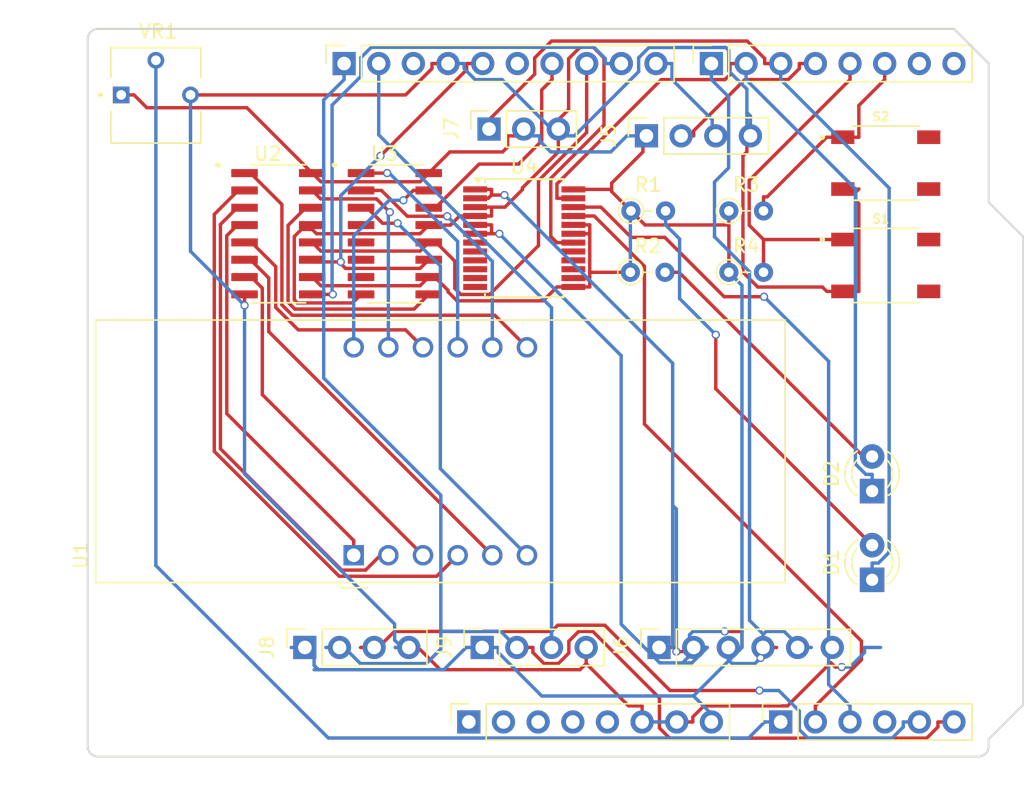
<source format=kicad_pcb>
(kicad_pcb (version 20240108) (generator "pcbnew") (generator_version "8.0")
  (title_block (date "mar. 31 mars 2015"))
  (layers (0 "F.Cu" signal) (31 "B.Cu" signal) (34 "B.Paste" user) (35 "F.Paste" user) (36 "B.SilkS" user "B.Silkscreen") (37 "F.SilkS" user "F.Silkscreen") (38 "B.Mask" user) (39 "F.Mask" user) (44 "Edge.Cuts" user))
  (net 0 "")
  (net 1 "GND")
  (net 3 "+5V")
  (net 4 "/IOREF")
  (net 5 "/A0")
  (net 6 "/A1")
  (net 7 "/A2")
  (net 8 "/A3")
  (net 9 "/SDA{slash}A4")
  (net 10 "/SCL{slash}A5")
  (net 11 "/13")
  (net 12 "/12")
  (net 13 "/AREF")
  (net 14 "/8")
  (net 15 "/7")
  (net 16 "/*11")
  (net 17 "/*10")
  (net 18 "/*9")
  (net 19 "/4")
  (net 20 "/2")
  (net 21 "/*6")
  (net 22 "/*5")
  (net 23 "/TX{slash}1")
  (net 24 "/*3")
  (net 25 "/RX{slash}0")
  (net 26 "+3V3")
  (net 27 "VCC")
  (net 28 "/~{RESET}")
  (net 29 "Net-(D1-A)")
  (net 30 "Net-(D2-A)")
  (net 31 "Net-(J6-Pad2)")
  (net 32 "Net-(J6-Pad1)")
  (net 34 "/CC1")
  (net 35 "Net-(U1-f)")
  (net 36 "Net-(U1-CC3)")
  (net 37 "Net-(U1-b)")
  (net 38 "/a")
  (net 39 "Net-(U1-d)")
  (net 40 "Net-(U1-DPX)")
  (net 41 "Net-(U1-g)")
  (net 42 "Net-(U1-CC4)")
  (net 43 "Net-(U1-c)")
  (net 44 "Net-(U1-e)")
  (net 45 "Net-(U1-CC2)")
  (net 46 "/SQH to A")
  (footprint "Connector_PinSocket_2.54mm:PinSocket_1x08_P2.54mm_Vertical" (layer "F.Cu") (at 127.94 97.46 90)
    (property "Reference" "J1" (hide yes))
    (property "Value" "Power")
  )
  (footprint "Connector_PinSocket_2.54mm:PinSocket_1x06_P2.54mm_Vertical" (layer "F.Cu") (at 150.8 97.46 90)
    (property "Reference" "J3" (hide yes))
    (property "Value" "Analog")
  )
  (footprint "Connector_PinSocket_2.54mm:PinSocket_1x10_P2.54mm_Vertical" (layer "F.Cu") (at 118.796 49.2 90)
    (property "Reference" "J2" (hide yes))
    (property "Value" "Digital/PWM")
  )
  (footprint "Connector_PinSocket_2.54mm:PinSocket_1x08_P2.54mm_Vertical" (layer "F.Cu") (at 145.72 49.2 90)
    (property "Reference" "J4" (hide yes))
    (property "Value" "Digital/PWM")
  )
  (footprint "Resistor_THT:R_Axial_DIN0204_L3.6mm_D1.6mm_P2.54mm_Vertical" (layer "F.Cu") (at 139.82 60)
    (property "Reference" "R1")
    (property "Value" "510")
  )
  (footprint "Connector_PinSocket_2.54mm:PinSocket_1x04_P2.54mm_Vertical" (layer "F.Cu") (at 128.92 92 90)
    (property "Reference" "J9")
    (property "Value" "I2C Connectors")
  )
  (footprint "3362P_1_103LF:TRIM_3362P-1-103LF" (layer "F.Cu") (at 105 51.5)
    (property "Reference" "VR1")
    (property "Value" "3362P-1-103LF")
  )
  (footprint "8-1437565-1:SW_8-1437565-1" (layer "F.Cu") (at 158.5 56.5)
    (property "Reference" "S2")
    (property "Value" "8-1437565-1")
  )
  (footprint "LED_THT:LED_D3.0mm" (layer "F.Cu") (at 157.5 80.54 90)
    (property "Reference" "D2")
    (property "Value" "LED")
  )
  (footprint "Arduino_MountingHole:MountingHole_3.2mm" (layer "F.Cu") (at 115.24 49.2)
    (property "Reference" "MH1" (hide yes))
    (property "Value" "MountingHole_3.2mm" (hide yes))
  )
  (footprint "Display_7Segment:CA56-12SRWA" (layer "F.Cu") (at 119.5 85.24 90)
    (property "Reference" "U1")
    (property "Value" "CC56-12SRWA")
  )
  (footprint "MC74HC595AD:SOIC127P600X175-16N" (layer "F.Cu") (at 122.52 61.675)
    (property "Reference" "U3")
    (property "Value" "MC74HC595AD")
  )
  (footprint "Connector_PinSocket_2.54mm:PinSocket_1x03_P2.54mm_Vertical" (layer "F.Cu") (at 129.42 54 90)
    (property "Reference" "J7")
    (property "Value" "Servo Connectors")
  )
  (footprint "Package_SO:SSOP-24_5.3x8.2mm_P0.65mm" (layer "F.Cu") (at 132 62)
    (property "Reference" "U4")
    (property "Value" "TB6612FNG")
  )
  (footprint "MC74HC595AD:SOIC127P600X175-16N" (layer "F.Cu") (at 113.98 61.675)
    (property "Reference" "U2")
    (property "Value" "MC74HC595AD")
  )
  (footprint "Resistor_THT:R_Axial_DIN0204_L3.6mm_D1.6mm_P2.54mm_Vertical" (layer "F.Cu") (at 147 60)
    (property "Reference" "R3")
    (property "Value" "10k")
  )
  (footprint "Resistor_THT:R_Axial_DIN0204_L3.6mm_D1.6mm_P2.54mm_Vertical" (layer "F.Cu") (at 147 64.5)
    (property "Reference" "R4")
    (property "Value" "10k")
  )
  (footprint "Connector_PinSocket_2.54mm:PinSocket_1x04_P2.54mm_Vertical" (layer "F.Cu") (at 115.92 92 90)
    (property "Reference" "J8")
    (property "Value" "I2C Connectors")
  )
  (footprint "Connector_PinSocket_2.54mm:PinSocket_1x06_P2.54mm_Vertical" (layer "F.Cu") (at 141.88 92 90)
    (property "Reference" "J6")
    (property "Value" "PPTC061LFBN-RC")
  )
  (footprint "8-1437565-1:SW_8-1437565-1" (layer "F.Cu") (at 158.5 64)
    (property "Reference" "S1")
    (property "Value" "8-1437565-1")
  )
  (footprint "Resistor_THT:R_Axial_DIN0204_L3.6mm_D1.6mm_P2.54mm_Vertical" (layer "F.Cu") (at 139.78 64.5)
    (property "Reference" "R2")
    (property "Value" "510")
  )
  (footprint "Connector_PinSocket_2.54mm:PinSocket_1x04_P2.54mm_Vertical" (layer "F.Cu") (at 140.96 54.5 90)
    (property "Reference" "J5")
    (property "Value" "HC-SR04 Connectors")
  )
  (footprint "Arduino_MountingHole:MountingHole_3.2mm" (layer "F.Cu") (at 113.97 97.46)
    (property "Reference" "MH2" (hide yes))
    (property "Value" "MountingHole_3.2mm" (hide yes))
  )
  (footprint "Arduino_MountingHole:MountingHole_3.2mm" (layer "F.Cu") (at 166.04 64.44)
    (property "Reference" "MH3" (hide yes))
    (property "Value" "MountingHole_3.2mm" (hide yes))
  )
  (footprint "Arduino_MountingHole:MountingHole_3.2mm" (layer "F.Cu") (at 166.04 92.38)
    (property "Reference" "MH4" (hide yes))
    (property "Value" "MountingHole_3.2mm" (hide yes))
  )
  (footprint "LED_THT:LED_D3.0mm" (layer "F.Cu") (at 157.5 87.04 90)
    (property "Reference" "D1")
    (property "Value" "LED")
  )
  (gr_line (start 166.04 59.36) (end 168.58 61.9) (stroke (width 0.15)) (layer "Edge.Cuts"))
  (gr_line (start 100 99.238) (end 100 47.422) (stroke (width 0.15)) (layer "Edge.Cuts"))
  (gr_line (start 168.58 61.9) (end 168.58 96.19) (stroke (width 0.15)) (layer "Edge.Cuts"))
  (gr_line (start 165.278 100) (end 100.762 100) (stroke (width 0.15)) (layer "Edge.Cuts"))
  (gr_line (start 100.762 46.66) (end 163.5 46.66) (stroke (width 0.15)) (layer "Edge.Cuts"))
  (gr_arc (start 100.762 100) (mid 100.223185 99.776815) (end 100 99.238) (stroke (width 0.15)) (layer "Edge.Cuts"))
  (gr_line (start 168.58 96.19) (end 166.04 98.73) (stroke (width 0.15)) (layer "Edge.Cuts"))
  (gr_line (start 163.5 46.66) (end 166.04 49.2) (stroke (width 0.15)) (layer "Edge.Cuts"))
  (gr_arc (start 166.04 99.238) (mid 165.816815 99.776815) (end 165.278 100) (stroke (width 0.15)) (layer "Edge.Cuts"))
  (gr_line (start 166.04 49.2) (end 166.04 59.36) (stroke (width 0.15)) (layer "Edge.Cuts"))
  (gr_line (start 166.04 98.73) (end 166.04 99.238) (stroke (width 0.15)) (layer "Edge.Cuts"))
  (gr_arc (start 100 47.422) (mid 100.223185 46.883185) (end 100.762 46.66) (stroke (width 0.15)) (layer "Edge.Cuts"))
  (segment (start 129.602 59.725) (end 129.602 60.375) (width 0.25) (layer "F.Cu") (net 1))
  (segment (start 134.5 55.6767) (end 131.867 58.3098) (width 0.25) (layer "F.Cu") (net 1))
  (segment (start 131.867 58.3098) (end 131.867 58.4391) (width 0.25) (layer "F.Cu") (net 1))
  (segment (start 124.217 92) (end 125.845 93.6284) (width 0.25) (layer "F.Cu") (net 1))
  (segment (start 120.04 66.12) (end 119.415 66.7453) (width 0.25) (layer "F.Cu") (net 1))
  (segment (start 148.58 54.5) (end 148.32 54.5) (width 0.25) (layer "F.Cu") (net 1))
  (segment (start 119.415 66.7453) (end 115.376 66.7453) (width 0.25) (layer "F.Cu") (net 1))
  (segment (start 116.778 61.675) (end 124.365 61.675) (width 0.25) (layer "F.Cu") (net 1))
  (segment (start 140.64 97.46) (end 140.64 96.2833) (width 0.25) (layer "F.Cu") (net 1))
  (segment (start 122.54 92) (end 123.54 92) (width 0.25) (layer "F.Cu") (net 1))
  (segment (start 153.854 65.5808) (end 154.173 65.9) (width 0.25) (layer "F.Cu") (net 1))
  (segment (start 135.6 62.325) (end 134.398 62.325) (width 0.25) (layer "F.Cu") (net 1))
  (segment (start 115.376 66.7453) (end 115.144 66.5126) (width 0.25) (layer "F.Cu") (net 1))
  (segment (start 154.797 93.4368) (end 154.47 93.11) (width 0.25) (layer "F.Cu") (net 1))
  (segment (start 134.5 53.3233) (end 134.5 54) (width 0.25) (layer "F.Cu") (net 1))
  (segment (start 133.947 61.8733) (end 133.947 57.6087) (width 0.25) (layer "F.Cu") (net 1))
  (segment (start 125.239 49.2) (end 125.239 49.5677) (width 0.25) (layer "F.Cu") (net 1))
  (segment (start 126.416 49.2) (end 125.239 49.2) (width 0.25) (layer "F.Cu") (net 1))
  (segment (start 125.239 49.5677) (end 123.307 51.5) (width 0.25) (layer "F.Cu") (net 1))
  (segment (start 136.088 93.6284) (end 136.54 93.1767) (width 0.25) (layer "F.Cu") (net 1))
  (segment (start 151.297 96.2833) (end 145.166 96.2833) (width 0.25) (layer "F.Cu") (net 1))
  (segment (start 155.272 93.4368) (end 154.797 93.4368) (width 0.25) (layer "F.Cu") (net 1))
  (segment (start 136.095 48.0022) (end 135.254 48.843) (width 0.25) (layer "F.Cu") (net 1))
  (segment (start 116.46 61.3575) (end 116.778 61.675) (width 0.25) (layer "F.Cu") (net 1))
  (segment (start 137.846 53.7093) (end 137.846 48.7888) (width 0.25) (layer "F.Cu") (net 1))
  (segment (start 129.602 59.725) (end 128.4 59.725) (width 0.25) (layer "F.Cu") (net 1))
  (segment (start 145.166 96.2833) (end 144.357 97.0922) (width 0.25) (layer "F.Cu") (net 1))
  (segment (start 156.3 59.251) (end 156.527 59.4777) (width 0.25) (layer "F.Cu") (net 1))
  (segment (start 154.173 65.9) (end 155.35 65.9) (width 0.25) (layer "F.Cu") (net 1))
  (segment (start 125.845 93.6284) (end 136.088 93.6284) (width 0.25) (layer "F.Cu") (net 1))
  (segment (start 127.198 60.4364) (end 126.595 61.04) (width 0.25) (layer "F.Cu") (net 1))
  (segment (start 130.581 59.725) (end 129.602 59.725) (width 0.25) (layer "F.Cu") (net 1))
  (segment (start 156.527 58.4001) (end 156.3 58.6268) (width 0.25) (layer "F.Cu") (net 1))
  (segment (start 126.595 61.04) (end 125 61.04) (width 0.25) (layer "F.Cu") (net 1))
  (segment (start 156.527 65.9) (end 155.35 65.9) (width 0.25) (layer "F.Cu") (net 1))
  (segment (start 115.668 61.3575) (end 116.46 61.3575) (width 0.25) (layer "F.Cu") (net 1))
  (segment (start 134.5 54) (end 134.5 55.6767) (width 0.25) (layer "F.Cu") (net 1))
  (segment (start 129.602 60.375) (end 128.4 60.375) (width 0.25) (layer "F.Cu") (net 1))
  (segment (start 128.4 60.375) (end 127.198 60.375) (width 0.25) (layer "F.Cu") (net 1))
  (segment (start 135.254 48.843) (end 135.254 52.5689) (width 0.25) (layer "F.Cu") (net 1))
  (segment (start 140.64 96.2833) (end 139.647 96.2833) (width 0.25) (layer "F.Cu") (net 1))
  (segment (start 131.867 58.4391) (end 130.581 59.725) (width 0.25) (layer "F.Cu") (net 1))
  (segment (start 149.118 65.5808) (end 153.854 65.5808) (width 0.25) (layer "F.Cu") (net 1))
  (segment (start 155.35 58.4) (end 156.527 58.4) (width 0.25) (layer "F.Cu") (net 1))
  (segment (start 115.144 66.5126) (end 115.144 61.8817) (width 0.25) (layer "F.Cu") (net 1))
  (segment (start 123.54 92) (end 124.217 92) (width 0.25) (layer "F.Cu") (net 1))
  (segment (start 134.398 62.325) (end 133.947 61.8733) (width 0.25) (layer "F.Cu") (net 1))
  (segment (start 124.365 61.675) (end 125 61.04) (width 0.25) (layer "F.Cu") (net 1))
  (segment (start 115.144 61.8817) (end 115.668 61.3575) (width 0.25) (layer "F.Cu") (net 1))
  (segment (start 133.947 57.6087) (end 137.846 53.7093) (width 0.25) (layer "F.Cu") (net 1))
  (segment (start 137.846 48.7888) (end 137.059 48.0022) (width 0.25) (layer "F.Cu") (net 1))
  (segment (start 139.647 96.2833) (end 136.54 93.1767) (width 0.25) (layer "F.Cu") (net 1))
  (segment (start 156.3 58.6268) (end 156.3 59.251) (width 0.25) (layer "F.Cu") (net 1))
  (segment (start 135.254 52.5689) (end 134.5 53.3233) (width 0.25) (layer "F.Cu") (net 1))
  (segment (start 111.5 66.9245) (end 111.5 66.12) (width 0.25) (layer "F.Cu") (net 1))
  (segment (start 156.527 59.4777) (end 156.527 65.9) (width 0.25) (layer "F.Cu") (net 1))
  (segment (start 148.32 54.5) (end 148.32 55.6767) (width 0.25) (layer "F.Cu") (net 1))
  (segment (start 144.357 97.0922) (end 144.357 97.46) (width 0.25) (layer "F.Cu") (net 1))
  (segment (start 123.307 51.5) (end 107.54 51.5) (width 0.25) (layer "F.Cu") (net 1))
  (segment (start 137.059 48.0022) (end 136.095 48.0022) (width 0.25) (layer "F.Cu") (net 1))
  (segment (start 148.032 55.9647) (end 148.032 64.4945) (width 0.25) (layer "F.Cu") (net 1))
  (segment (start 116.46 61.3575) (end 116.46 61.04) (width 0.25) (layer "F.Cu") (net 1))
  (segment (start 148.032 64.4945) (end 149.118 65.5808) (width 0.25) (layer "F.Cu") (net 1))
  (segment (start 127.198 60.375) (end 127.198 60.4364) (width 0.25) (layer "F.Cu") (net 1))
  (segment (start 136.54 92) (end 136.54 93.1767) (width 0.25) (layer "F.Cu") (net 1))
  (segment (start 156.527 58.4) (end 156.527 58.4001) (width 0.25) (layer "F.Cu") (net 1))
  (segment (start 144.357 97.46) (end 143.18 97.46) (width 0.25) (layer "F.Cu") (net 1))
  (segment (start 154.47 93.11) (end 151.297 96.2833) (width 0.25) (layer "F.Cu") (net 1))
  (segment (start 148.32 55.6767) (end 148.032 55.9647) (width 0.25) (layer "F.Cu") (net 1))
  (via (at 111.5 66.9245) (size 0.6) (drill 0.4) (layers "F.Cu" "B.Cu") (net 1))
  (via (at 155.272 93.4368) (size 0.6) (drill 0.4) (layers "F.Cu" "B.Cu") (net 1))
  (segment (start 143.18 97.46) (end 140.64 97.46) (width 0.25) (layer "B.Cu") (net 1))
  (segment (start 134.5 54.5) (end 135.677 54.5) (width 0.25) (layer "B.Cu") (net 1))
  (segment (start 128.402 50.3767) (end 130.377 50.3767) (width 0.25) (layer "B.Cu") (net 1))
  (segment (start 123.54 92) (end 123.04 92) (width 0.25) (layer "B.Cu") (net 1))
  (segment (start 130.377 50.3767) (end 134.25 54.25) (width 0.25) (layer "B.Cu") (net 1))
  (segment (start 122.5 91.46) (end 122.5 90.2833) (width 0.25) (layer "B.Cu") (net 1))
  (segment (start 141.14 48.0231) (end 146.773 48.0231) (width 0.25) (layer "B.Cu") (net 1))
  (segment (start 156.943 92.3677) (end 155.874 93.4368) (width 0.25) (layer "B.Cu") (net 1))
  (segment (start 156.943 92) (end 156.943 92.3677) (width 0.25) (layer "B.Cu") (net 1))
  (segment (start 134.25 54.25) (end 134.5 54.5) (width 0.25) (layer "B.Cu") (net 1))
  (segment (start 123.04 92) (end 122.5 91.46) (width 0.25) (layer "B.Cu") (net 1))
  (segment (start 140.386 48.7774) (end 141.14 48.0231) (width 0.25) (layer "B.Cu") (net 1))
  (segment (start 134.5 54) (end 134.25 54.25) (width 0.25) (layer "B.Cu") (net 1))
  (segment (start 107.54 62.9645) (end 111.5 66.9245) (width 0.25) (layer "B.Cu") (net 1))
  (segment (start 148.32 51.0756) (end 148.32 52.7878) (width 0.25) (layer "B.Cu") (net 1))
  (segment (start 126.416 49.2) (end 127.593 49.2) (width 0.25) (layer "B.Cu") (net 1))
  (segment (start 111.5 79.2833) (end 111.5 66.9245) (width 0.25) (layer "B.Cu") (net 1))
  (segment (start 140.386 49.7907) (end 140.386 48.7774) (width 0.25) (layer "B.Cu") (net 1))
  (segment (start 148.58 53.0478) (end 148.58 54.5) (width 0.25) (layer "B.Cu") (net 1))
  (segment (start 127.593 49.5678) (end 128.402 50.3767) (width 0.25) (layer "B.Cu") (net 1))
  (segment (start 127.593 49.2) (end 127.593 49.5678) (width 0.25) (layer "B.Cu") (net 1))
  (segment (start 148.32 52.7878) (end 148.32 54.5) (width 0.25) (layer "B.Cu") (net 1))
  (segment (start 107.54 51.5) (end 107.54 62.9645) (width 0.25) (layer "B.Cu") (net 1))
  (segment (start 158.12 92) (end 156.943 92) (width 0.25) (layer "B.Cu") (net 1))
  (segment (start 135.677 54.5) (end 140.386 49.7907) (width 0.25) (layer "B.Cu") (net 1))
  (segment (start 146.99 48.2399) (end 146.99 49.7456) (width 0.25) (layer "B.Cu") (net 1))
  (segment (start 148.32 52.7878) (end 148.58 53.0478) (width 0.25) (layer "B.Cu") (net 1))
  (segment (start 146.99 49.7456) (end 148.32 51.0756) (width 0.25) (layer "B.Cu") (net 1))
  (segment (start 146.773 48.0231) (end 146.99 48.2399) (width 0.25) (layer "B.Cu") (net 1))
  (segment (start 122.54 92) (end 123.04 92) (width 0.25) (layer "B.Cu") (net 1))
  (segment (start 122.5 90.2833) (end 111.5 79.2833) (width 0.25) (layer "B.Cu") (net 1))
  (segment (start 155.874 93.4368) (end 155.272 93.4368) (width 0.25) (layer "B.Cu") (net 1))
  (segment (start 105 86) (end 105 48.96) (width 0.25) (layer "B.Cu") (net 5))
  (segment (start 150.8 97.46) (end 149.623 97.46) (width 0.25) (layer "B.Cu") (net 5))
  (segment (start 148.447 98.6367) (end 117.637 98.6367) (width 0.25) (layer "B.Cu") (net 5))
  (segment (start 117.637 98.6367) (end 105 86) (width 0.25) (layer "B.Cu") (net 5))
  (segment (start 149.623 97.46) (end 148.447 98.6367) (width 0.25) (layer "B.Cu") (net 5))
  (segment (start 156.714 92.9094) (end 156.714 91.5317) (width 0.25) (layer "F.Cu") (net 6))
  (segment (start 137.128 60.375) (end 135.6 60.375) (width 0.25) (layer "F.Cu") (net 6))
  (segment (start 140.81 75.6276) (end 140.81 64.0565) (width 0.25) (layer "F.Cu") (net 6))
  (segment (start 156.714 91.5317) (end 140.81 75.6276) (width 0.25) (layer "F.Cu") (net 6))
  (segment (start 140.81 64.0565) (end 137.128 60.375) (width 0.25) (layer "F.Cu") (net 6))
  (segment (start 153.34 96.2833) (end 156.714 92.9094) (width 0.25) (layer "F.Cu") (net 6))
  (segment (start 153.34 97.46) (end 153.34 96.2833) (width 0.25) (layer "F.Cu") (net 6))
  (segment (start 146.651 66.2902) (end 142.302 61.9404) (width 0.25) (layer "F.Cu") (net 7))
  (segment (start 137.623 59.725) (end 135.6 59.725) (width 0.25) (layer "F.Cu") (net 7))
  (segment (start 149.577 66.2902) (end 146.651 66.2902) (width 0.25) (layer "F.Cu") (net 7))
  (segment (start 142.302 61.9404) (end 139.839 61.9404) (width 0.25) (layer "F.Cu") (net 7))
  (segment (start 139.839 61.9404) (end 137.623 59.725) (width 0.25) (layer "F.Cu") (net 7))
  (via (at 149.577 66.2902) (size 0.6) (drill 0.4) (layers "F.Cu" "B.Cu") (net 7))
  (segment (start 155.88 96.2833) (end 154.31 94.7133) (width 0.25) (layer "B.Cu") (net 7))
  (segment (start 154.31 71.0236) (end 149.577 66.2902) (width 0.25) (layer "B.Cu") (net 7))
  (segment (start 155.88 97.46) (end 155.88 96.2833) (width 0.25) (layer "B.Cu") (net 7))
  (segment (start 154.31 94.7133) (end 154.31 71.0236) (width 0.25) (layer "B.Cu") (net 7))
  (segment (start 137.902 90.3691) (end 134.454 90.3691) (width 0.25) (layer "F.Cu") (net 9))
  (segment (start 149.243 95.1546) (end 142.688 95.1546) (width 0.25) (layer "F.Cu") (net 9))
  (segment (start 122.486 90.8233) (end 134 90.8233) (width 0.25) (layer "F.Cu") (net 9))
  (segment (start 121.677 91.6323) (end 122.486 90.8233) (width 0.25) (layer "F.Cu") (net 9))
  (segment (start 142.688 95.1546) (end 137.902 90.3691) (width 0.25) (layer "F.Cu") (net 9))
  (segment (start 134.454 90.3691) (end 134 90.8235) (width 0.25) (layer "F.Cu") (net 9))
  (segment (start 120 92) (end 121 92) (width 0.25) (layer "F.Cu") (net 9))
  (segment (start 134 90.8233) (end 134 90.8235) (width 0.25) (layer "F.Cu") (net 9))
  (segment (start 121.677 92) (end 121.677 91.6323) (width 0.25) (layer "F.Cu") (net 9))
  (segment (start 121 92) (end 121.677 92) (width 0.25) (layer "F.Cu") (net 9))
  (segment (start 134 92) (end 134 90.8235) (width 0.25) (layer "F.Cu") (net 9))
  (via (at 149.243 95.1546) (size 0.6) (drill 0.4) (layers "F.Cu" "B.Cu") (net 9))
  (segment (start 160.96 97.46) (end 159.783 97.46) (width 0.25) (layer "B.Cu") (net 9))
  (segment (start 121.336 54.4268) (end 121.336 49.2) (width 0.25) (layer "B.Cu") (net 9))
  (segment (start 159.783 97.46) (end 159.783 97.8278) (width 0.25) (layer "B.Cu") (net 9))
  (segment (start 159.783 97.8278) (end 158.974 98.6367) (width 0.25) (layer "B.Cu") (net 9))
  (segment (start 134 92) (end 134 67.0908) (width 0.25) (layer "B.Cu") (net 9))
  (segment (start 152.78 98.6367) (end 152.163 98.0193) (width 0.25) (layer "B.Cu") (net 9))
  (segment (start 134 67.0908) (end 121.336 54.4268) (width 0.25) (layer "B.Cu") (net 9))
  (segment (start 158.974 98.6367) (end 152.78 98.6367) (width 0.25) (layer "B.Cu") (net 9))
  (segment (start 152.163 98.0193) (end 152.163 96.6609) (width 0.25) (layer "B.Cu") (net 9))
  (segment (start 150.657 95.1546) (end 149.243 95.1546) (width 0.25) (layer "B.Cu") (net 9))
  (segment (start 152.163 96.6609) (end 150.657 95.1546) (width 0.25) (layer "B.Cu") (net 9))
  (segment (start 133.446 93.1767) (end 132.637 92.3678) (width 0.25) (layer "F.Cu") (net 10))
  (segment (start 132.637 92) (end 131.46 92) (width 0.25) (layer "F.Cu") (net 10))
  (segment (start 137.027 90.8228) (end 135.989 90.8228) (width 0.25) (layer "F.Cu") (net 10))
  (segment (start 134.502 93.1767) (end 133.446 93.1767) (width 0.25) (layer "F.Cu") (net 10))
  (segment (start 132.637 92.3678) (end 132.637 92) (width 0.25) (layer "F.Cu") (net 10))
  (segment (start 135.27 92.4089) (end 134.502 93.1767) (width 0.25) (layer "F.Cu") (net 10))
  (segment (start 142.654 98.6464) (end 141.91 97.9028) (width 0.25) (layer "F.Cu") (net 10))
  (segment (start 161.503 98.6464) (end 142.654 98.6464) (width 0.25) (layer "F.Cu") (net 10))
  (segment (start 141.91 97.9028) (end 141.91 95.7057) (width 0.25) (layer "F.Cu") (net 10))
  (segment (start 163.5 97.46) (end 162.323 97.46) (width 0.25) (layer "F.Cu") (net 10))
  (segment (start 162.323 97.8258) (end 161.503 98.6464) (width 0.25) (layer "F.Cu") (net 10))
  (segment (start 135.27 91.5419) (end 135.27 92.4089) (width 0.25) (layer "F.Cu") (net 10))
  (segment (start 141.91 95.7057) (end 137.027 90.8228) (width 0.25) (layer "F.Cu") (net 10))
  (segment (start 135.989 90.8228) (end 135.27 91.5419) (width 0.25) (layer "F.Cu") (net 10))
  (segment (start 162.323 97.46) (end 162.323 97.8258) (width 0.25) (layer "F.Cu") (net 10))
  (segment (start 125.886 92.114) (end 124.823 93.1767) (width 0.25) (layer "B.Cu") (net 10))
  (segment (start 125.886 90.8201) (end 125.886 92.114) (width 0.25) (layer "B.Cu") (net 10))
  (segment (start 118.46 92) (end 117.46 92) (width 0.25) (layer "B.Cu") (net 10))
  (segment (start 130.28 90.8201) (end 125.886 90.8201) (width 0.25) (layer "B.Cu") (net 10))
  (segment (start 118.796 50.3767) (end 118.796 49.2) (width 0.25) (layer "B.Cu") (net 10))
  (segment (start 125.886 80.8383) (end 117.302 72.2542) (width 0.25) (layer "B.Cu") (net 10))
  (segment (start 119.989 93.1767) (end 119.137 92.3247) (width 0.25) (layer "B.Cu") (net 10))
  (segment (start 117.302 51.8712) (end 118.796 50.3767) (width 0.25) (layer "B.Cu") (net 10))
  (segment (start 131.46 92) (end 130.28 90.8201) (width 0.25) (layer "B.Cu") (net 10))
  (segment (start 124.823 93.1767) (end 119.989 93.1767) (width 0.25) (layer "B.Cu") (net 10))
  (segment (start 125.886 90.8201) (end 125.886 80.8383) (width 0.25) (layer "B.Cu") (net 10))
  (segment (start 119.137 92.3247) (end 119.137 92) (width 0.25) (layer "B.Cu") (net 10))
  (segment (start 119.137 92) (end 118.46 92) (width 0.25) (layer "B.Cu") (net 10))
  (segment (start 117.302 72.2542) (end 117.302 51.8712) (width 0.25) (layer "B.Cu") (net 10))
  (segment (start 116.618 63.7379) (end 118.554 63.7379) (width 0.25) (layer "F.Cu") (net 11))
  (segment (start 118.554 63.7379) (end 118.554 63.8685) (width 0.25) (layer "F.Cu") (net 11))
  (segment (start 116.46 63.58) (end 116.618 63.7379) (width 0.25) (layer "F.Cu") (net 11))
  (segment (start 127.779 49.2) (end 127.779 49.6514) (width 0.25) (layer "F.Cu") (net 11))
  (segment (start 118.9 64.215) (end 124.365 64.215) (width 0.25) (layer "F.Cu") (net 11))
  (segment (start 127.779 49.6514) (end 121.463 55.9674) (width 0.25) (layer "F.Cu") (net 11))
  (segment (start 128.956 49.2) (end 127.779 49.2) (width 0.25) (layer "F.Cu") (net 11))
  (segment (start 118.554 63.8685) (end 118.9 64.215) (width 0.25) (layer "F.Cu") (net 11))
  (segment (start 124.365 64.215) (end 125 63.58) (width 0.25) (layer "F.Cu") (net 11))
  (via (at 121.463 55.9674) (size 0.6) (drill 0.4) (layers "F.Cu" "B.Cu") (net 11))
  (via (at 118.554 63.7379) (size 0.6) (drill 0.4) (layers "F.Cu" "B.Cu") (net 11))
  (segment (start 118.554 58.8772) (end 121.463 55.9674) (width 0.25) (layer "B.Cu") (net 11))
  (segment (start 118.554 63.7379) (end 118.554 58.8772) (width 0.25) (layer "B.Cu") (net 11))
  (segment (start 145.78 53.3233) (end 145.78 53.9116) (width 0.25) (layer "B.Cu") (net 14))
  (segment (start 142.833 50.376) (end 145.78 53.3233) (width 0.25) (layer "B.Cu") (net 14))
  (segment (start 142.833 49.2) (end 142.833 50.376) (width 0.25) (layer "B.Cu") (net 14))
  (segment (start 145.78 53.9116) (end 145.78 54.5) (width 0.25) (layer "B.Cu") (net 14))
  (segment (start 145.78 53.9116) (end 146.04 54.1716) (width 0.25) (layer "B.Cu") (net 14))
  (segment (start 146.04 54.1716) (end 146.04 54.5) (width 0.25) (layer "B.Cu") (net 14))
  (segment (start 141.656 49.2) (end 142.833 49.2) (width 0.25) (layer "B.Cu") (net 14))
  (segment (start 149.529 91.0292) (end 149.735 90.8233) (width 0.25) (layer "B.Cu") (net 15))
  (segment (start 148.513 64.4589) (end 148.513 90.0133) (width 0.25) (layer "B.Cu") (net 15))
  (segment (start 151.863 92) (end 153.04 92) (width 0.25) (layer "B.Cu") (net 15))
  (segment (start 149.5 91.0002) (end 149.5 92) (width 0.25) (layer "B.Cu") (net 15))
  (segment (start 151.054 90.8233) (end 151.863 91.6322) (width 0.25) (layer "B.Cu") (net 15))
  (segment (start 145.72 49.2) (end 145.72 50.3767) (width 0.25) (layer "B.Cu") (net 15))
  (segment (start 148.513 90.0133) (end 149.5 91.0002) (width 0.25) (layer "B.Cu") (net 15))
  (segment (start 149.735 90.8233) (end 151.054 90.8233) (width 0.25) (layer "B.Cu") (net 15))
  (segment (start 145.72 50.3767) (end 146.981 51.6378) (width 0.25) (layer "B.Cu") (net 15))
  (segment (start 151.863 91.6322) (end 151.863 92) (width 0.25) (layer "B.Cu") (net 15))
  (segment (start 146.981 56.8489) (end 145.947 57.883) (width 0.25) (layer "B.Cu") (net 15))
  (segment (start 145.947 57.883) (end 145.947 61.8926) (width 0.25) (layer "B.Cu") (net 15))
  (segment (start 145.947 61.8926) (end 148.513 64.4589) (width 0.25) (layer "B.Cu") (net 15))
  (segment (start 146.981 51.6378) (end 146.981 56.8489) (width 0.25) (layer "B.Cu") (net 15))
  (segment (start 149.5 91.0002) (end 149.529 91.0292) (width 0.25) (layer "B.Cu") (net 15))
  (segment (start 125.492 59.77) (end 125 59.77) (width 0.25) (layer "F.Cu") (net 16))
  (segment (start 133.282 51.1311) (end 133.282 54.8695) (width 0.25) (layer "F.Cu") (net 16))
  (segment (start 134.036 49.2) (end 134.036 50.3767) (width 0.25) (layer "F.Cu") (net 16))
  (segment (start 131.583 56.5683) (end 128.693 56.5683) (width 0.25) (layer "F.Cu") (net 16))
  (segment (start 128.693 56.5683) (end 125.492 59.77) (width 0.25) (layer "F.Cu") (net 16))
  (segment (start 134.036 50.3767) (end 133.282 51.1311) (width 0.25) (layer "F.Cu") (net 16))
  (segment (start 133.282 54.8695) (end 131.583 56.5683) (width 0.25) (layer "F.Cu") (net 16))
  (segment (start 129.46 66.1267) (end 133.046 62.541) (width 0.25) (layer "F.Cu") (net 17))
  (segment (start 124.365 62.9449) (end 125 62.31) (width 0.25) (layer "F.Cu") (net 17))
  (segment (start 133.046 57.7811) (end 136.576 54.2513) (width 0.25) (layer "F.Cu") (net 17))
  (segment (start 127.358 66.1267) (end 129.46 66.1267) (width 0.25) (layer "F.Cu") (net 17))
  (segment (start 136.576 54.2513) (end 136.576 49.2) (width 0.25) (layer "F.Cu") (net 17))
  (segment (start 125.544 62.31) (end 126.909 63.6757) (width 0.25) (layer "F.Cu") (net 17))
  (segment (start 125 62.31) (end 125.544 62.31) (width 0.25) (layer "F.Cu") (net 17))
  (segment (start 116.46 62.31) (end 117.095 62.9449) (width 0.25) (layer "F.Cu") (net 17))
  (segment (start 126.909 63.6757) (end 126.909 65.6786) (width 0.25) (layer "F.Cu") (net 17))
  (segment (start 133.046 62.541) (end 133.046 57.7811) (width 0.25) (layer "F.Cu") (net 17))
  (segment (start 126.909 65.6786) (end 127.358 66.1267) (width 0.25) (layer "F.Cu") (net 17))
  (segment (start 117.095 62.9449) (end 124.365 62.9449) (width 0.25) (layer "F.Cu") (net 17))
  (segment (start 116.46 66.12) (end 117.966 66.12) (width 0.25) (layer "F.Cu") (net 18))
  (segment (start 117.966 66.12) (end 117.967 66.1184) (width 0.25) (layer "F.Cu") (net 18))
  (via (at 117.967 66.1184) (size 0.6) (drill 0.4) (layers "F.Cu" "B.Cu") (net 18))
  (segment (start 117.917 52.2454) (end 117.917 66.0681) (width 0.25) (layer "B.Cu") (net 18))
  (segment (start 137.939 49.2) (end 137.939 48.8323) (width 0.25) (layer "B.Cu") (net 18))
  (segment (start 120.79 48.0075) (end 120.027 48.7704) (width 0.25) (layer "B.Cu") (net 18))
  (segment (start 120.027 48.7704) (end 120.027 50.1357) (width 0.25) (layer "B.Cu") (net 18))
  (segment (start 139.116 49.2) (end 137.939 49.2) (width 0.25) (layer "B.Cu") (net 18))
  (segment (start 137.939 48.8323) (end 137.114 48.0075) (width 0.25) (layer "B.Cu") (net 18))
  (segment (start 137.114 48.0075) (end 120.79 48.0075) (width 0.25) (layer "B.Cu") (net 18))
  (segment (start 120.027 50.1357) (end 117.917 52.2454) (width 0.25) (layer "B.Cu") (net 18))
  (segment (start 117.917 66.0681) (end 117.967 66.1184) (width 0.25) (layer "B.Cu") (net 18))
  (segment (start 143.5 54.5) (end 143.24 54.5) (width 0.25) (layer "F.Cu") (net 19))
  (segment (start 148.172 50.3767) (end 144.417 54.1323) (width 0.25) (layer "F.Cu") (net 19))
  (segment (start 151.354 50.3767) (end 148.172 50.3767) (width 0.25) (layer "F.Cu") (net 19))
  (segment (start 152.163 49.2) (end 152.163 49.5678) (width 0.25) (layer "F.Cu") (net 19))
  (segment (start 153.34 49.2) (end 152.163 49.2) (width 0.25) (layer "F.Cu") (net 19))
  (segment (start 144.417 54.1323) (end 144.417 54.5) (width 0.25) (layer "F.Cu") (net 19))
  (segment (start 152.163 49.5678) (end 151.354 50.3767) (width 0.25) (layer "F.Cu") (net 19))
  (segment (start 144.417 54.5) (end 143.5 54.5) (width 0.25) (layer "F.Cu") (net 19))
  (segment (start 156.527 52.27) (end 158.42 50.3767) (width 0.25) (layer "F.Cu") (net 20))
  (segment (start 149.54 58.9733) (end 149.54 60) (width 0.25) (layer "F.Cu") (net 20))
  (segment (start 156.527 54.6) (end 156.527 52.27) (width 0.25) (layer "F.Cu") (net 20))
  (segment (start 155.35 54.6) (end 154.173 54.6) (width 0.25) (layer "F.Cu") (net 20))
  (segment (start 158.42 50.3767) (end 158.42 49.2) (width 0.25) (layer "F.Cu") (net 20))
  (segment (start 154.173 54.6) (end 149.8 58.9733) (width 0.25) (layer "F.Cu") (net 20))
  (segment (start 149.8 58.9733) (end 149.54 58.9733) (width 0.25) (layer "F.Cu") (net 20))
  (segment (start 155.35 54.6) (end 156.527 54.6) (width 0.25) (layer "F.Cu") (net 20))
  (segment (start 134.398 58.0209) (end 142.042 50.3767) (width 0.25) (layer "F.Cu") (net 21))
  (segment (start 147.083 49.2) (end 148.26 49.2) (width 0.25) (layer "F.Cu") (net 21))
  (segment (start 146.716 50.3767) (end 147.083 50.009) (width 0.25) (layer "F.Cu") (net 21))
  (segment (start 142.042 50.3767) (end 146.716 50.3767) (width 0.25) (layer "F.Cu") (net 21))
  (segment (start 147.083 50.009) (end 147.083 49.2) (width 0.25) (layer "F.Cu") (net 21))
  (segment (start 134.398 59.075) (end 134.398 58.0209) (width 0.25) (layer "F.Cu") (net 21))
  (segment (start 135.6 59.075) (end 134.398 59.075) (width 0.25) (layer "F.Cu") (net 21))
  (segment (start 157.5 80.54) (end 157.5 79.3133) (width 0.25) (layer "B.Cu") (net 21))
  (segment (start 157.04 79.3133) (end 156.273 78.5467) (width 0.25) (layer "B.Cu") (net 21))
  (segment (start 157.5 79.3133) (end 157.04 79.3133) (width 0.25) (layer "B.Cu") (net 21))
  (segment (start 156.273 78.5467) (end 156.273 58.39) (width 0.25) (layer "B.Cu") (net 21))
  (segment (start 148.26 50.3767) (end 148.26 49.2) (width 0.25) (layer "B.Cu") (net 21))
  (segment (start 156.273 58.39) (end 148.26 50.3767) (width 0.25) (layer "B.Cu") (net 21))
  (segment (start 150.8 49.2) (end 149.623 49.2) (width 0.25) (layer "F.Cu") (net 22))
  (segment (start 149.623 49.2) (end 149.623 48.8322) (width 0.25) (layer "F.Cu") (net 22))
  (segment (start 132.766 48.7857) (end 132.766 49.9773) (width 0.25) (layer "F.Cu") (net 22))
  (segment (start 129.42 54) (end 129.42 54.5) (width 0.25) (layer "F.Cu") (net 22))
  (segment (start 129.42 53.3233) (end 129.42 54) (width 0.25) (layer "F.Cu") (net 22))
  (segment (start 134.001 47.5505) (end 132.766 48.7857) (width 0.25) (layer "F.Cu") (net 22))
  (segment (start 132.766 49.9773) (end 129.42 53.3233) (width 0.25) (layer "F.Cu") (net 22))
  (segment (start 149.623 48.8322) (end 148.342 47.5505) (width 0.25) (layer "F.Cu") (net 22))
  (segment (start 148.342 47.5505) (end 134.001 47.5505) (width 0.25) (layer "F.Cu") (net 22))
  (segment (start 158.747 58.3238) (end 158.747 85.0262) (width 0.25) (layer "B.Cu") (net 22))
  (segment (start 157.5 85.8133) (end 157.5 87.04) (width 0.25) (layer "B.Cu") (net 22))
  (segment (start 150.8 50.3767) (end 158.747 58.3238) (width 0.25) (layer "B.Cu") (net 22))
  (segment (start 150.8 49.2) (end 150.8 50.3767) (width 0.25) (layer "B.Cu") (net 22))
  (segment (start 158.747 85.0262) (end 157.96 85.8133) (width 0.25) (layer "B.Cu") (net 22))
  (segment (start 157.96 85.8133) (end 157.5 85.8133) (width 0.25) (layer "B.Cu") (net 22))
  (segment (start 148.489 57.768) (end 155.88 50.3767) (width 0.25) (layer "F.Cu") (net 24))
  (segment (start 149.54 62.1) (end 148.489 61.0487) (width 0.25) (layer "F.Cu") (net 24))
  (segment (start 149.54 64.5) (end 149.54 62.1) (width 0.25) (layer "F.Cu") (net 24))
  (segment (start 148.489 61.0487) (end 148.489 57.768) (width 0.25) (layer "F.Cu") (net 24))
  (segment (start 155.88 50.3767) (end 155.88 49.2) (width 0.25) (layer "F.Cu") (net 24))
  (segment (start 155.35 62.1) (end 149.54 62.1) (width 0.25) (layer "F.Cu") (net 24))
  (segment (start 125 64.85) (end 125.444 64.85) (width 0.25) (layer "F.Cu") (net 27))
  (segment (start 135.6 64.925) (end 136.566 64.925) (width 0.25) (layer "F.Cu") (net 27))
  (segment (start 126.553 55.6767) (end 125 57.23) (width 0.25) (layer "F.Cu") (net 27))
  (segment (start 136.802 61.6757) (end 136.802 64.5) (width 0.25) (layer "F.Cu") (net 27))
  (segment (start 150.5 92) (end 149.323 92) (width 0.25) (layer "F.Cu") (net 27))
  (segment (start 136.566 64.925) (end 136.802 65.1612) (width 0.25) (layer "F.Cu") (net 27))
  (segment (start 130.416 55.6767) (end 126.553 55.6767) (width 0.25) (layer "F.Cu") (net 27))
  (segment (start 131.96 54) (end 131.96 54.5) (width 0.25) (layer "F.Cu") (net 27))
  (segment (start 133.38 66.593) (end 134.398 65.575) (width 0.25) (layer "F.Cu") (net 27))
  (segment (start 111.668 52.4377) (end 116.46 57.23) (width 0.25) (layer "F.Cu") (net 27))
  (segment (start 127.074 66.593) (end 133.38 66.593) (width 0.25) (layer "F.Cu") (net 27))
  (segment (start 138.408 58.5875) (end 138.408 58.425) (width 0.25) (layer "F.Cu") (net 27))
  (segment (start 136.802 61.025) (end 135.6 61.025) (width 0.25) (layer "F.Cu") (net 27))
  (segment (start 136.802 65.1612) (end 136.802 65.575) (width 0.25) (layer "F.Cu") (net 27))
  (segment (start 136.566 64.925) (end 136.802 64.925) (width 0.25) (layer "F.Cu") (net 27))
  (segment (start 136.801 61.675) (end 136.802 61.675) (width 0.25) (layer "F.Cu") (net 27))
  (segment (start 149.323 92) (end 149.323 92.7683) (width 0.25) (layer "F.Cu") (net 27))
  (segment (start 136.802 64.5) (end 139.78 64.5) (width 0.25) (layer "F.Cu") (net 27))
  (segment (start 147 61.0317) (end 140.852 61.0317) (width 0.25) (layer "F.Cu") (net 27))
  (segment (start 140.7 55.6767) (end 140.7 55.0883) (width 0.25) (layer "F.Cu") (net 27))
  (segment (start 130.783 55.309) (end 130.416 55.6767) (width 0.25) (layer "F.Cu") (net 27))
  (segment (start 117.095 65.4849) (end 124.365 65.4849) (width 0.25) (layer "F.Cu") (net 27))
  (segment (start 140.7 55.0883) (end 140.7 54.5) (width 0.25) (layer "F.Cu") (net 27))
  (segment (start 147 61.0317) (end 147 60) (width 0.25) (layer "F.Cu") (net 27))
  (segment (start 140.7 55.0883) (end 140.96 54.8283) (width 0.25) (layer "F.Cu") (net 27))
  (segment (start 136.802 61.675) (end 136.802 61.025) (width 0.25) (layer "F.Cu") (net 27))
  (segment (start 126.412 65.9307) (end 127.074 66.593) (width 0.25) (layer "F.Cu") (net 27))
  (segment (start 126.412 65.8176) (end 126.412 65.9307) (width 0.25) (layer "F.Cu") (net 27))
  (segment (start 138.408 58.425) (end 138.408 57.9692) (width 0.25) (layer "F.Cu") (net 27))
  (segment (start 102.46 51.5) (end 103.398 51.5) (width 0.25) (layer "F.Cu") (net 27))
  (segment (start 124.365 65.4849) (end 125 64.85) (width 0.25) (layer "F.Cu") (net 27))
  (segment (start 136.801 61.675) (end 136.802 61.6757) (width 0.25) (layer "F.Cu") (net 27))
  (segment (start 117.095 57.865) (end 116.46 57.23) (width 0.25) (layer "F.Cu") (net 27))
  (segment (start 147 64.5) (end 147 61.0317) (width 0.25) (layer "F.Cu") (net 27))
  (segment (start 116.46 64.85) (end 117.095 65.4849) (width 0.25) (layer "F.Cu") (net 27))
  (segment (start 135.6 61.675) (end 136.801 61.675) (width 0.25) (layer "F.Cu") (net 27))
  (segment (start 125.444 64.85) (end 126.412 65.8176) (width 0.25) (layer "F.Cu") (net 27))
  (segment (start 138.408 58.425) (end 135.6 58.425) (width 0.25) (layer "F.Cu") (net 27))
  (segment (start 139.82 60) (end 138.408 58.5875) (width 0.25) (layer "F.Cu") (net 27))
  (segment (start 134.398 65.575) (end 135.6 65.575) (width 0.25) (layer "F.Cu") (net 27))
  (segment (start 130.783 54.5) (end 130.783 55.309) (width 0.25) (layer "F.Cu") (net 27))
  (segment (start 104.335 52.4377) (end 111.668 52.4377) (width 0.25) (layer "F.Cu") (net 27))
  (segment (start 125 57.23) (end 124.365 57.865) (width 0.25) (layer "F.Cu") (net 27))
  (segment (start 103.398 51.5) (end 104.335 52.4377) (width 0.25) (layer "F.Cu") (net 27))
  (segment (start 140.852 61.0317) (end 139.82 60) (width 0.25) (layer "F.Cu") (net 27))
  (segment (start 140.96 54.8283) (end 140.96 54.5) (width 0.25) (layer "F.Cu") (net 27))
  (segment (start 124.365 57.865) (end 117.095 57.865) (width 0.25) (layer "F.Cu") (net 27))
  (segment (start 136.802 64.925) (end 136.802 64.5) (width 0.25) (layer "F.Cu") (net 27))
  (segment (start 136.802 65.575) (end 135.6 65.575) (width 0.25) (layer "F.Cu") (net 27))
  (segment (start 131.96 54.5) (end 130.783 54.5) (width 0.25) (layer "F.Cu") (net 27))
  (segment (start 138.408 57.9692) (end 140.7 55.6767) (width 0.25) (layer "F.Cu") (net 27))
  (via (at 149.323 92.7683) (size 0.6) (drill 0.4) (layers "F.Cu" "B.Cu") (net 27))
  (segment (start 147.96 92) (end 147.0101 92.9499) (width 0.25) (layer "B.Cu") (net 27))
  (segment (start 147.01 92.95) (end 144.404 95.5558) (width 0.25) (layer "B.Cu") (net 27))
  (segment (start 147 64.5) (end 147.96 65.46) (width 0.25) (layer "B.Cu") (net 27))
  (segment (start 145.72 97.46) (end 145.72 96.8716) (width 0.25) (layer "B.Cu") (net 27))
  (segment (start 116.597 93.6284) (end 116.916 93.6284) (width 0.25) (layer "B.Cu") (net 27))
  (segment (start 148.915 93.1767) (end 147.237 93.1767) (width 0.25) (layer "B.Cu") (net 27))
  (segment (start 133.137 54.5) (end 132.46 54.5) (width 0.25) (layer "B.Cu") (net 27))
  (segment (start 116.916 93.6284) (end 126.115 93.6284) (width 0.25) (layer "B.Cu") (net 27))
  (segment (start 130.097 92) (end 128.92 92) (width 0.25) (layer "B.Cu") (net 27))
  (segment (start 127.743 92) (end 128.92 92) (width 0.25) (layer "B.Cu") (net 27))
  (segment (start 140.96 54.5) (end 139.523 54.5) (width 0.25) (layer "B.Cu") (net 27))
  (segment (start 126.115 93.6284) (end 127.743 92) (width 0.25) (layer "B.Cu") (net 27))
  (segment (start 116.916 93.6284) (end 116.597 93.3094) (width 0.25) (layer "B.Cu") (net 27))
  (segment (start 139.523 54.5) (end 138.347 55.6767) (width 0.25) (layer "B.Cu") (net 27))
  (segment (start 149.323 92.7683) (end 148.915 93.1767) (width 0.25) (layer "B.Cu") (net 27))
  (segment (start 132.46 54.5) (end 131.96 54.5) (width 0.25) (layer "B.Cu") (net 27))
  (segment (start 116.597 93.3094) (end 116.597 92) (width 0.25) (layer "B.Cu") (net 27))
  (segment (start 147.0101 92.9499) (end 147.01 92.95) (width 0.25) (layer "B.Cu") (net 27))
  (segment (start 147.96 65.46) (end 147.96 92) (width 0.25) (layer "B.Cu") (net 27))
  (segment (start 139.82 60) (end 139.78 60.04) (width 0.25) (layer "B.Cu") (net 27))
  (segment (start 116.597 92) (end 115.92 92) (width 0.25) (layer "B.Cu") (net 27))
  (segment (start 144.404 95.5558) (end 133.285 95.5558) (width 0.25) (layer "B.Cu") (net 27))
  (segment (start 147.237 93.1767) (end 147.01 92.95) (width 0.25) (layer "B.Cu") (net 27))
  (segment (start 130.097 92.3677) (end 130.097 92) (width 0.25) (layer "B.Cu") (net 27))
  (segment (start 147.0101 92.9499) (end 146.96 92.8998) (width 0.25) (layer "B.Cu") (net 27))
  (segment (start 133.285 95.5558) (end 130.097 92.3677) (width 0.25) (layer "B.Cu") (net 27))
  (segment (start 115.92 92) (end 114.92 92) (width 0.25) (layer "B.Cu") (net 27))
  (segment (start 138.347 55.6767) (end 133.946 55.6767) (width 0.25) (layer "B.Cu") (net 27))
  (segment (start 133.946 55.6767) (end 133.137 54.8678) (width 0.25) (layer "B.Cu") (net 27))
  (segment (start 145.72 96.8716) (end 144.404 95.5558) (width 0.25) (layer "B.Cu") (net 27))
  (segment (start 139.78 60.04) (end 139.78 64.5) (width 0.25) (layer "B.Cu") (net 27))
  (segment (start 133.137 54.8678) (end 133.137 54.5) (width 0.25) (layer "B.Cu") (net 27))
  (segment (start 146.96 92.8998) (end 146.96 92) (width 0.25) (layer "B.Cu") (net 27))
  (segment (start 132.46 54.5) (end 131.96 54) (width 0.25) (layer "B.Cu") (net 27))
  (segment (start 157.5 84.5) (end 146.041 73.0406) (width 0.25) (layer "F.Cu") (net 29))
  (segment (start 146.041 73.0406) (end 146.041 69.0799) (width 0.25) (layer "F.Cu") (net 29))
  (via (at 146.041 69.0799) (size 0.6) (drill 0.4) (layers "F.Cu" "B.Cu") (net 29))
  (segment (start 142.36 60) (end 142.36 61.0267) (width 0.25) (layer "B.Cu") (net 29))
  (segment (start 143.387 62.0534) (end 143.387 66.426) (width 0.25) (layer "B.Cu") (net 29))
  (segment (start 142.36 61.0267) (end 143.387 62.0534) (width 0.25) (layer "B.Cu") (net 29))
  (segment (start 143.387 66.426) (end 146.041 69.0799) (width 0.25) (layer "B.Cu") (net 29))
  (segment (start 143.347 64.5) (end 156.847 78) (width 0.25) (layer "F.Cu") (net 30))
  (segment (start 156.847 78) (end 157.5 78) (width 0.25) (layer "F.Cu") (net 30))
  (segment (start 142.32 64.5) (end 143.347 64.5) (width 0.25) (layer "F.Cu") (net 30))
  (segment (start 129.602 61.675) (end 130.176 61.675) (width 0.25) (layer "F.Cu") (net 31))
  (segment (start 128.4 61.675) (end 129.602 61.675) (width 0.25) (layer "F.Cu") (net 31))
  (segment (start 129.602 61.025) (end 129.602 61.675) (width 0.25) (layer "F.Cu") (net 31))
  (segment (start 147.96 90.8233) (end 146.695 90.8233) (width 0.25) (layer "F.Cu") (net 31))
  (segment (start 147.96 92) (end 147.96 90.8233) (width 0.25) (layer "F.Cu") (net 31))
  (segment (start 128.4 61.025) (end 129.602 61.025) (width 0.25) (layer "F.Cu") (net 31))
  (via (at 146.695 90.8233) (size 0.6) (drill 0.4) (layers "F.Cu" "B.Cu") (net 31))
  (via (at 130.176 61.675) (size 0.6) (drill 0.4) (layers "F.Cu" "B.Cu") (net 31))
  (segment (start 144.117 91.8404) (end 144.2604 91.8404) (width 0.25) (layer "B.Cu") (net 31))
  (segment (start 139.105 90.2941) (end 139.105 70.604) (width 0.25) (layer "B.Cu") (net 31))
  (segment (start 143.597 93.1292) (end 144.117 92.6093) (width 0.25) (layer "B.Cu") (net 31))
  (segment (start 145.42 92) (end 144.291 93.1292) (width 0.25) (layer "B.Cu") (net 31))
  (segment (start 144.117 91.0716) (end 144.365 90.8233) (width 0.25) (layer "B.Cu") (net 31))
  (segment (start 144.2604 91.8404) (end 144.42 92) (width 0.25) (layer "B.Cu") (net 31))
  (segment (start 144.117 91.8404) (end 144.117 91.0716) (width 0.25) (layer "B.Cu") (net 31))
  (segment (start 139.105 70.604) (end 130.176 61.675) (width 0.25) (layer "B.Cu") (net 31))
  (segment (start 143.597 93.1292) (end 141.94 93.1292) (width 0.25) (layer "B.Cu") (net 31))
  (segment (start 141.94 93.1292) (end 139.105 90.2941) (width 0.25) (layer "B.Cu") (net 31))
  (segment (start 144.365 90.8233) (end 146.695 90.8233) (width 0.25) (layer "B.Cu") (net 31))
  (segment (start 144.291 93.1292) (end 143.597 93.1292) (width 0.25) (layer "B.Cu") (net 31))
  (segment (start 144.117 92.6093) (end 144.117 91.8404) (width 0.25) (layer "B.Cu") (net 31))
  (segment (start 129.602 58.8388) (end 129.602 58.425) (width 0.25) (layer "F.Cu") (net 32))
  (segment (start 130.55 58.8388) (end 129.602 58.8388) (width 0.25) (layer "F.Cu") (net 32))
  (segment (start 143.941 92.3024) (end 144.243 92) (width 0.25) (layer "F.Cu") (net 32))
  (segment (start 143.0567 92.2081) (end 143.151 92.3024) (width 0.25) (layer "F.Cu") (net 32))
  (segment (start 144.243 92) (end 145.42 92) (width 0.25) (layer "F.Cu") (net 32))
  (segment (start 128.4 59.075) (end 129.366 59.075) (width 0.25) (layer "F.Cu") (net 32))
  (segment (start 129.366 59.075) (end 129.602 58.8388) (width 0.25) (layer "F.Cu") (net 32))
  (segment (start 143.0567 92) (end 143.0567 92.2081) (width 0.25) (layer "F.Cu") (net 32))
  (segment (start 129.602 58.425) (end 128.4 58.425) (width 0.25) (layer "F.Cu") (net 32))
  (segment (start 141.88 92) (end 143.0567 92) (width 0.25) (layer "F.Cu") (net 32))
  (segment (start 143.151 92.3024) (end 143.941 92.3024) (width 0.25) (layer "F.Cu") (net 32))
  (via (at 143.151 92.3024) (size 0.6) (drill 0.4) (layers "F.Cu" "B.Cu") (net 32))
  (via (at 130.55 58.8388) (size 0.6) (drill 0.4) (layers "F.Cu" "B.Cu") (net 32))
  (segment (start 143.151 81.8554) (end 143.151 92.3024) (width 0.25) (layer "B.Cu") (net 32))
  (segment (start 142.88 92) (end 142.88 81.5846) (width 0.25) (layer "B.Cu") (net 32))
  (segment (start 142.88 81.5846) (end 142.88 71.1693) (width 0.25) (layer "B.Cu") (net 32))
  (segment (start 142.88 71.1693) (end 130.55 58.8388) (width 0.25) (layer "B.Cu") (net 32))
  (segment (start 142.88 81.5846) (end 143.151 81.8554) (width 0.25) (layer "B.Cu") (net 32))
  (segment (start 125 58.5) (end 123.867 58.5) (width 0.25) (layer "F.Cu") (net 34))
  (segment (start 123.867 58.5) (end 123.144 59.2227) (width 0.25) (layer "F.Cu") (net 34))
  (via (at 123.144 59.2227) (size 0.6) (drill 0.4) (layers "F.Cu" "B.Cu") (net 34))
  (segment (start 122.097 59.2227) (end 119.5 61.8201) (width 0.25) (layer "B.Cu") (net 34))
  (segment (start 123.144 59.2227) (end 122.097 59.2227) (width 0.25) (layer "B.Cu") (net 34))
  (segment (start 119.5 61.8201) (end 119.5 70) (width 0.25) (layer "B.Cu") (net 34))
  (segment (start 112.012 62.31) (end 113.787 64.0849) (width 0.25) (layer "F.Cu") (net 35))
  (segment (start 111.5 62.31) (end 112.012 62.31) (width 0.25) (layer "F.Cu") (net 35))
  (segment (start 115.434 68.7217) (end 123.302 68.7217) (width 0.25) (layer "F.Cu") (net 35))
  (segment (start 123.302 68.7217) (end 124.58 70) (width 0.25) (layer "F.Cu") (net 35))
  (segment (start 113.787 67.0745) (end 115.434 68.7217) (width 0.25) (layer "F.Cu") (net 35))
  (segment (start 113.787 64.0849) (end 113.787 67.0745) (width 0.25) (layer "F.Cu") (net 35))
  (segment (start 123.427 60.3919) (end 126.356 60.3919) (width 0.25) (layer "F.Cu") (net 36))
  (segment (start 120.04 58.5) (end 121.535 58.5) (width 0.25) (layer "F.Cu") (net 36))
  (segment (start 121.535 58.5) (end 123.427 60.3919) (width 0.25) (layer "F.Cu") (net 36))
  (via (at 126.356 60.3919) (size 0.6) (drill 0.4) (layers "F.Cu" "B.Cu") (net 36))
  (segment (start 129.66 63.6957) (end 126.356 60.3919) (width 0.25) (layer "B.Cu") (net 36))
  (segment (start 129.66 70) (end 129.66 63.6957) (width 0.25) (layer "B.Cu") (net 36))
  (segment (start 114.239 59.5306) (end 114.239 66.8853) (width 0.25) (layer "F.Cu") (net 37))
  (segment (start 111.5 57.23) (end 111.938 57.23) (width 0.25) (layer "F.Cu") (net 37))
  (segment (start 111.938 57.23) (end 114.239 59.5306) (width 0.25) (layer "F.Cu") (net 37))
  (segment (start 114.511 67.1579) (end 114.511 67.16) (width 0.25) (layer "F.Cu") (net 37))
  (segment (start 114.511 67.16) (end 115 67.6487) (width 0.25) (layer "F.Cu") (net 37))
  (segment (start 114.239 66.8853) (end 114.511 67.1579) (width 0.25) (layer "F.Cu") (net 37))
  (segment (start 115 67.6487) (end 129.849 67.6487) (width 0.25) (layer "F.Cu") (net 37))
  (segment (start 129.849 67.6487) (end 132.2 70) (width 0.25) (layer "F.Cu") (net 37))
  (segment (start 116.46 58.5) (end 117.082 59.1219) (width 0.25) (layer "F.Cu") (net 38))
  (segment (start 121.175 59.1219) (end 122.143 60.09) (width 0.25) (layer "F.Cu") (net 38))
  (segment (start 117.082 59.1219) (end 121.175 59.1219) (width 0.25) (layer "F.Cu") (net 38))
  (via (at 122.143 60.09) (size 0.6) (drill 0.4) (layers "F.Cu" "B.Cu") (net 38))
  (segment (start 122.04 70) (end 122.04 60.193) (width 0.25) (layer "B.Cu") (net 38))
  (segment (start 122.04 60.193) (end 122.143 60.09) (width 0.25) (layer "B.Cu") (net 38))
  (segment (start 109.733 77.4369) (end 118.625 86.3291) (width 0.25) (layer "F.Cu") (net 39))
  (segment (start 111.5 59.77) (end 110.955 59.77) (width 0.25) (layer "F.Cu") (net 39))
  (segment (start 121.462 85.24) (end 122.04 85.24) (width 0.25) (layer "F.Cu") (net 39))
  (segment (start 121.462 85.2401) (end 121.462 85.24) (width 0.25) (layer "F.Cu") (net 39))
  (segment (start 110.955 59.77) (end 109.733 60.992) (width 0.25) (layer "F.Cu") (net 39))
  (segment (start 120.373 86.3291) (end 121.462 85.2401) (width 0.25) (layer "F.Cu") (net 39))
  (segment (start 109.733 60.992) (end 109.733 77.4369) (width 0.25) (layer "F.Cu") (net 39))
  (segment (start 118.625 86.3291) (end 120.373 86.3291) (width 0.25) (layer "F.Cu") (net 39))
  (segment (start 111.989 64.85) (end 112.802 65.6625) (width 0.25) (layer "F.Cu") (net 40))
  (segment (start 112.802 65.6625) (end 112.802 73.4619) (width 0.25) (layer "F.Cu") (net 40))
  (segment (start 112.802 73.4619) (end 124.58 85.24) (width 0.25) (layer "F.Cu") (net 40))
  (segment (start 111.5 64.85) (end 111.989 64.85) (width 0.25) (layer "F.Cu") (net 40))
  (segment (start 111.5 63.58) (end 111.938 63.58) (width 0.25) (layer "F.Cu") (net 41))
  (segment (start 113.276 68.8558) (end 129.66 85.24) (width 0.25) (layer "F.Cu") (net 41))
  (segment (start 111.938 63.58) (end 113.276 64.9176) (width 0.25) (layer "F.Cu") (net 41))
  (segment (start 113.276 64.9176) (end 113.276 68.8558) (width 0.25) (layer "F.Cu") (net 41))
  (segment (start 121.612 60.9037) (end 122.718 60.9037) (width 0.25) (layer "F.Cu") (net 42))
  (segment (start 120.478 59.77) (end 121.612 60.9037) (width 0.25) (layer "F.Cu") (net 42))
  (segment (start 120.04 59.77) (end 120.478 59.77) (width 0.25) (layer "F.Cu") (net 42))
  (via (at 122.718 60.9037) (size 0.6) (drill 0.4) (layers "F.Cu" "B.Cu") (net 42))
  (segment (start 132.2 85.24) (end 125.85 78.89) (width 0.25) (layer "B.Cu") (net 42))
  (segment (start 125.85 78.89) (end 125.85 64.0352) (width 0.25) (layer "B.Cu") (net 42))
  (segment (start 125.85 64.0352) (end 122.718 60.9037) (width 0.25) (layer "B.Cu") (net 42))
  (segment (start 109.281 77.624) (end 118.438 86.7808) (width 0.25) (layer "F.Cu") (net 43))
  (segment (start 118.438 86.7808) (end 125.579 86.7808) (width 0.25) (layer "F.Cu") (net 43))
  (segment (start 111.039 58.5) (end 109.281 60.2577) (width 0.25) (layer "F.Cu") (net 43))
  (segment (start 109.281 60.2577) (end 109.281 77.624) (width 0.25) (layer "F.Cu") (net 43))
  (segment (start 111.5 58.5) (end 111.039 58.5) (width 0.25) (layer "F.Cu") (net 43))
  (segment (start 125.579 86.7808) (end 127.12 85.24) (width 0.25) (layer "F.Cu") (net 43))
  (segment (start 110.198 61.815) (end 110.973 61.04) (width 0.25) (layer "F.Cu") (net 44))
  (segment (start 119.5 85.24) (end 119.5 84.1633) (width 0.25) (layer "F.Cu") (net 44))
  (segment (start 110.973 61.04) (end 111.5 61.04) (width 0.25) (layer "F.Cu") (net 44))
  (segment (start 119.5 84.1633) (end 110.198 74.8614) (width 0.25) (layer "F.Cu") (net 44))
  (segment (start 110.198 74.8614) (end 110.198 61.815) (width 0.25) (layer "F.Cu") (net 44))
  (segment (start 120.04 57.23) (end 121.95 57.23) (width 0.25) (layer "F.Cu") (net 45))
  (segment (start 121.95 57.23) (end 121.951 57.2284) (width 0.25) (layer "F.Cu") (net 45))
  (via (at 121.951 57.2284) (size 0.6) (drill 0.4) (layers "F.Cu" "B.Cu") (net 45))
  (segment (start 127.12 70) (end 127.12 62.2444) (width 0.25) (layer "B.Cu") (net 45))
  (segment (start 127.12 62.2444) (end 122.104 57.2284) (width 0.25) (layer "B.Cu") (net 45))
  (segment (start 122.104 57.2284) (end 121.951 57.2284) (width 0.25) (layer "B.Cu") (net 45))
  (segment (start 114.69 66.6982) (end 114.963 66.9708) (width 0.25) (layer "F.Cu") (net 46))
  (segment (start 114.69 61.0621) (end 114.69 66.6982) (width 0.25) (layer "F.Cu") (net 46))
  (segment (start 115.187 67.197) (end 123.923 67.197) (width 0.25) (layer "F.Cu") (net 46))
  (segment (start 114.963 66.9729) (end 115.187 67.197) (width 0.25) (layer "F.Cu") (net 46))
  (segment (start 123.923 67.197) (end 125 66.12) (width 0.25) (layer "F.Cu") (net 46))
  (segment (start 116.46 59.77) (end 115.983 59.77) (width 0.25) (layer "F.Cu") (net 46))
  (segment (start 115.983 59.77) (end 114.69 61.0621) (width 0.25) (layer "F.Cu") (net 46))
  (segment (start 114.963 66.9708) (end 114.963 66.9729) (width 0.25) (layer "F.Cu") (net 46))
)
</source>
